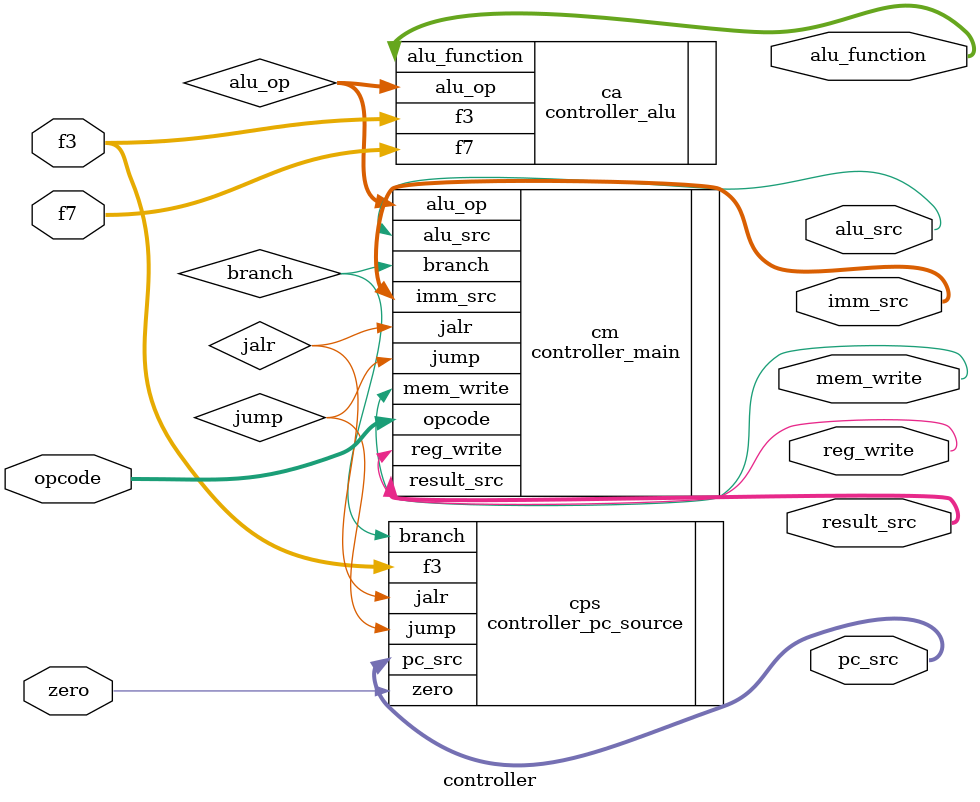
<source format=v>
module controller (
    // Datapath outputs
    opcode,
    f3,
    f7,
    zero,

    // Datapath inputs
    pc_src,
    imm_src,
    reg_write,
    alu_src,
    alu_function,
    mem_write,
    result_src
);
    input [6:0] opcode;
    input [2:0] f3;
    input [6:0] f7;
    input zero;

    output [1:0] pc_src;
    output [2:0] imm_src;
    output reg_write;
    output alu_src;
    output [2:0] alu_function;
    output mem_write;
    output [1:0] result_src;

    wire branch;
    wire jalr;
    wire jump;
    wire [1:0] alu_op;

    controller_main cm (
        .opcode(opcode),

        .reg_write(reg_write),
        .imm_src(imm_src),
        .alu_src(alu_src),
        .mem_write(mem_write),
        .result_src(result_src),

        .branch(branch),
        .alu_op(alu_op),
        .jump(jump),
        .jalr(jalr)
    );

    controller_pc_source cps (
        .branch(branch),
        .jump(jump),
        .jalr(jalr),
        .zero(zero),
        .f3(f3),
        .pc_src(pc_src)
    );

    controller_alu ca (
        .f3(f3),
        .f7(f7),
        .alu_op(alu_op),
        .alu_function(alu_function)
    );
endmodule
</source>
